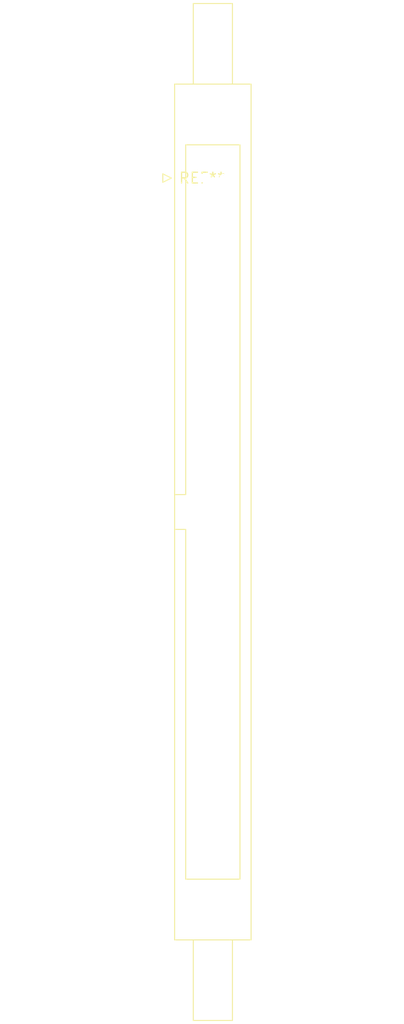
<source format=kicad_pcb>
(kicad_pcb (version 20240108) (generator pcbnew)
  (layers (0 "F.Cu" signal) (31 "B.Cu" signal) (34 "B.Paste" user) (35 "F.Paste" user) (36 "B.SilkS" user "B.Silkscreen") (37 "F.SilkS" user "F.Silkscreen") (38 "B.Mask" user) (39 "F.Mask" user) (44 "Edge.Cuts" user))
  (net 0 "")
  (footprint "IDC-Header_2x32_P2.54mm_Latch9.5mm_Vertical" (layer "F.Cu") (at 0 0)
    (property "Reference" "REF**")
    (property "Value" "IDC-Header_2x32_P2.54mm_Latch9.5mm_Vertical")
    (fp_line (start -4.63 -0.5) (end -4.63 0.5) (layer "F.SilkS") (stroke (width 0.12)))
    (fp_line (start -4.63 0.5) (end -3.63 0) (layer "F.SilkS") (stroke (width 0.12)))
    (fp_line (start -3.63 0) (end -4.63 -0.5) (layer "F.SilkS") (stroke (width 0.12)))
    (fp_line (start -3.24 -11.08) (end 5.78 -11.08) (layer "F.SilkS") (stroke (width 0.12)))
    (fp_line (start -3.24 37.32) (end -1.93 37.32) (layer "F.SilkS") (stroke (width 0.12)))
    (fp_line (start -3.24 89.82) (end -3.24 -11.08) (layer "F.SilkS") (stroke (width 0.12)))
    (fp_line (start -1.93 -3.92) (end 4.47 -3.92) (layer "F.SilkS") (stroke (width 0.12)))
    (fp_line (start -1.93 37.32) (end -1.93 -3.92) (layer "F.SilkS") (stroke (width 0.12)))
    (fp_line (start -1.93 41.42) (end -3.24 41.42) (layer "F.SilkS") (stroke (width 0.12)))
    (fp_line (start -1.93 41.42) (end -1.93 41.42) (layer "F.SilkS") (stroke (width 0.12)))
    (fp_line (start -1.93 82.66) (end -1.93 41.42) (layer "F.SilkS") (stroke (width 0.12)))
    (fp_line (start -1.04 -20.58) (end 3.58 -20.58) (layer "F.SilkS") (stroke (width 0.12)))
    (fp_line (start -1.04 -11.08) (end -1.04 -20.58) (layer "F.SilkS") (stroke (width 0.12)))
    (fp_line (start -1.04 89.82) (end -1.04 99.32) (layer "F.SilkS") (stroke (width 0.12)))
    (fp_line (start -1.04 99.32) (end 3.58 99.32) (layer "F.SilkS") (stroke (width 0.12)))
    (fp_line (start 3.58 -20.58) (end 3.58 -11.08) (layer "F.SilkS") (stroke (width 0.12)))
    (fp_line (start 3.58 99.32) (end 3.58 89.82) (layer "F.SilkS") (stroke (width 0.12)))
    (fp_line (start 4.47 -3.92) (end 4.47 82.66) (layer "F.SilkS") (stroke (width 0.12)))
    (fp_line (start 4.47 82.66) (end -1.93 82.66) (layer "F.SilkS") (stroke (width 0.12)))
    (fp_line (start 5.78 -11.08) (end 5.78 89.82) (layer "F.SilkS") (stroke (width 0.12)))
    (fp_line (start 5.78 89.82) (end -3.24 89.82) (layer "F.SilkS") (stroke (width 0.12)))
    (pad "1" thru_hole roundrect (at 0 0) (size 1.7 1.7) (drill 1) (layers *.Cu *.Mask) (remove_unused_layers) (roundrect_rratio 0.147059))
    (pad "2" thru_hole circle (at 2.54 0) (size 1.7 1.7) (drill 1) (layers *.Cu *.Mask) (remove_unused_layers))
    (pad "3" thru_hole circle (at 0 2.54) (size 1.7 1.7) (drill 1) (layers *.Cu *.Mask) (remove_unused_layers))
    (pad "4" thru_hole circle (at 2.54 2.54) (size 1.7 1.7) (drill 1) (layers *.Cu *.Mask) (remove_unused_layers))
    (pad "5" thru_hole circle (at 0 5.08) (size 1.7 1.7) (drill 1) (layers *.Cu *.Mask) (remove_unused_layers))
    (pad "6" thru_hole circle (at 2.54 5.08) (size 1.7 1.7) (drill 1) (layers *.Cu *.Mask) (remove_unused_layers))
    (pad "7" thru_hole circle (at 0 7.62) (size 1.7 1.7) (drill 1) (layers *.Cu *.Mask) (remove_unused_layers))
    (pad "8" thru_hole circle (at 2.54 7.62) (size 1.7 1.7) (drill 1) (layers *.Cu *.Mask) (remove_unused_layers))
    (pad "9" thru_hole circle (at 0 10.16) (size 1.7 1.7) (drill 1) (layers *.Cu *.Mask) (remove_unused_layers))
    (pad "10" thru_hole circle (at 2.54 10.16) (size 1.7 1.7) (drill 1) (layers *.Cu *.Mask) (remove_unused_layers))
    (pad "11" thru_hole circle (at 0 12.7) (size 1.7 1.7) (drill 1) (layers *.Cu *.Mask) (remove_unused_layers))
    (pad "12" thru_hole circle (at 2.54 12.7) (size 1.7 1.7) (drill 1) (layers *.Cu *.Mask) (remove_unused_layers))
    (pad "13" thru_hole circle (at 0 15.24) (size 1.7 1.7) (drill 1) (layers *.Cu *.Mask) (remove_unused_layers))
    (pad "14" thru_hole circle (at 2.54 15.24) (size 1.7 1.7) (drill 1) (layers *.Cu *.Mask) (remove_unused_layers))
    (pad "15" thru_hole circle (at 0 17.78) (size 1.7 1.7) (drill 1) (layers *.Cu *.Mask) (remove_unused_layers))
    (pad "16" thru_hole circle (at 2.54 17.78) (size 1.7 1.7) (drill 1) (layers *.Cu *.Mask) (remove_unused_layers))
    (pad "17" thru_hole circle (at 0 20.32) (size 1.7 1.7) (drill 1) (layers *.Cu *.Mask) (remove_unused_layers))
    (pad "18" thru_hole circle (at 2.54 20.32) (size 1.7 1.7) (drill 1) (layers *.Cu *.Mask) (remove_unused_layers))
    (pad "19" thru_hole circle (at 0 22.86) (size 1.7 1.7) (drill 1) (layers *.Cu *.Mask) (remove_unused_layers))
    (pad "20" thru_hole circle (at 2.54 22.86) (size 1.7 1.7) (drill 1) (layers *.Cu *.Mask) (remove_unused_layers))
    (pad "21" thru_hole circle (at 0 25.4) (size 1.7 1.7) (drill 1) (layers *.Cu *.Mask) (remove_unused_layers))
    (pad "22" thru_hole circle (at 2.54 25.4) (size 1.7 1.7) (drill 1) (layers *.Cu *.Mask) (remove_unused_layers))
    (pad "23" thru_hole circle (at 0 27.94) (size 1.7 1.7) (drill 1) (layers *.Cu *.Mask) (remove_unused_layers))
    (pad "24" thru_hole circle (at 2.54 27.94) (size 1.7 1.7) (drill 1) (layers *.Cu *.Mask) (remove_unused_layers))
    (pad "25" thru_hole circle (at 0 30.48) (size 1.7 1.7) (drill 1) (layers *.Cu *.Mask) (remove_unused_layers))
    (pad "26" thru_hole circle (at 2.54 30.48) (size 1.7 1.7) (drill 1) (layers *.Cu *.Mask) (remove_unused_layers))
    (pad "27" thru_hole circle (at 0 33.02) (size 1.7 1.7) (drill 1) (layers *.Cu *.Mask) (remove_unused_layers))
    (pad "28" thru_hole circle (at 2.54 33.02) (size 1.7 1.7) (drill 1) (layers *.Cu *.Mask) (remove_unused_layers))
    (pad "29" thru_hole circle (at 0 35.56) (size 1.7 1.7) (drill 1) (layers *.Cu *.Mask) (remove_unused_layers))
    (pad "30" thru_hole circle (at 2.54 35.56) (size 1.7 1.7) (drill 1) (layers *.Cu *.Mask) (remove_unused_layers))
    (pad "31" thru_hole circle (at 0 38.1) (size 1.7 1.7) (drill 1) (layers *.Cu *.Mask) (remove_unused_layers))
    (pad "32" thru_hole circle (at 2.54 38.1) (size 1.7 1.7) (drill 1) (layers *.Cu *.Mask) (remove_unused_layers))
    (pad "33" thru_hole circle (at 0 40.64) (size 1.7 1.7) (drill 1) (layers *.Cu *.Mask) (remove_unused_layers))
    (pad "34" thru_hole circle (at 2.54 40.64) (size 1.7 1.7) (drill 1) (layers *.Cu *.Mask) (remove_unused_layers))
    (pad "35" thru_hole circle (at 0 43.18) (size 1.7 1.7) (drill 1) (layers *.Cu *.Mask) (remove_unused_layers))
    (pad "36" thru_hole circle (at 2.54 43.18) (size 1.7 1.7) (drill 1) (layers *.Cu *.Mask) (remove_unused_layers))
    (pad "37" thru_hole circle (at 0 45.72) (size 1.7 1.7) (drill 1) (layers *.Cu *.Mask) (remove_unused_layers))
    (pad "38" thru_hole circle (at 2.54 45.72) (size 1.7 1.7) (drill 1) (layers *.Cu *.Mask) (remove_unused_layers))
    (pad "39" thru_hole circle (at 0 48.26) (size 1.7 1.7) (drill 1) (layers *.Cu *.Mask) (remove_unused_layers))
    (pad "40" thru_hole circle (at 2.54 48.26) (size 1.7 1.7) (drill 1) (layers *.Cu *.Mask) (remove_unused_layers))
    (pad "41" thru_hole circle (at 0 50.8) (size 1.7 1.7) (drill 1) (layers *.Cu *.Mask) (remove_unused_layers))
    (pad "42" thru_hole circle (at 2.54 50.8) (size 1.7 1.7) (drill 1) (layers *.Cu *.Mask) (remove_unused_layers))
    (pad "43" thru_hole circle (at 0 53.34) (size 1.7 1.7) (drill 1) (layers *.Cu *.Mask) (remove_unused_layers))
    (pad "44" thru_hole circle (at 2.54 53.34) (size 1.7 1.7) (drill 1) (layers *.Cu *.Mask) (remove_unused_layers))
    (pad "45" thru_hole circle (at 0 55.88) (size 1.7 1.7) (drill 1) (layers *.Cu *.Mask) (remove_unused_layers))
    (pad "46" thru_hole circle (at 2.54 55.88) (size 1.7 1.7) (drill 1) (layers *.Cu *.Mask) (remove_unused_layers))
    (pad "47" thru_hole circle (at 0 58.42) (size 1.7 1.7) (drill 1) (layers *.Cu *.Mask) (remove_unused_layers))
    (pad "48" thru_hole circle (at 2.54 58.42) (size 1.7 1.7) (drill 1) (layers *.Cu *.Mask) (remove_unused_layers))
    (pad "49" thru_hole circle (at 0 60.96) (size 1.7 1.7) (drill 1) (layers *.Cu *.Mask) (remove_unused_layers))
    (pad "50" thru_hole circle (at 2.54 60.96) (size 1.7 1.7) (drill 1) (layers *.Cu *.Mask) (remove_unused_layers))
    (pad "51" thru_hole circle (at 0 63.5) (size 1.7 1.7) (drill 1) (layers *.Cu *.Mask) (remove_unused_layers))
    (pad "52" thru_hole circle (at 2.54 63.5) (size 1.7 1.7) (drill 1) (layers *.Cu *.Mask) (remove_unused_layers))
    (pad "53" thru_hole circle (at 0 66.04) (size 1.7 1.7) (drill 1) (layers *.Cu *.Mask) (remove_unused_layers))
    (pad "54" thru_hole circle (at 2.54 66.04) (size 1.7 1.7) (drill 1) (layers *.Cu *.Mask) (remove_unused_layers))
    (pad "55" thru_hole circle (at 0 68.58) (size 1.7 1.7) (drill 1) (layers *.Cu *.Mask) (remove_unused_layers))
    (pad "56" thru_hole circle (at 2.54 68.58) (size 1.7 1.7) (drill 1) (layers *.Cu *.Mask) (remove_unused_layers))
    (pad "57" thru_hole circle (at 0 71.12) (size 1.7 1.7) (drill 1) (layers *.Cu *.Mask) (remove_unused_layers))
    (pad "58" thru_hole circle (at 2.54 71.12) (size 1.7 1.7) (drill 1) (layers *.Cu *.Mask) (remove_unused_layers))
    (pad "59" thru_hole circle (at 0 73.66) (size 1.7 1.7) (drill 1) (layers *.Cu *.Mask) (remove_unused_layers))
    (pad "60" thru_hole circle (at 2.54 73.66) (size 1.7 1.7) (drill 1) (layers *.Cu *.Mask) (remove_unused_layers))
    (pad "61" thru_hole circle (at 0 76.2) (size 1.7 1.7) (drill 1) (layers *.Cu *.Mask) (remove_unused_layers))
    (pad "62" thru_hole circle (at 2.54 76.2) (size 1.7 1.7) (drill 1) (layers *.Cu *.Mask) (remove_unused_layers))
    (pad "63" thru_hole circle (at 0 78.74) (size 1.7 1.7) (drill 1) (layers *.Cu *.Mask) (remove_unused_layers))
    (pad "64" thru_hole circle (at 2.54 78.74) (size 1.7 1.7) (drill 1) (layers *.Cu *.Mask) (remove_unused_layers))
  )
)
</source>
